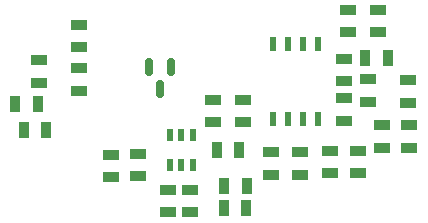
<source format=gbr>
%TF.GenerationSoftware,KiCad,Pcbnew,6.0.11+dfsg-1~bpo11+1*%
%TF.CreationDate,2023-04-12T15:26:38+00:00*%
%TF.ProjectId,PCRD01,50435244-3031-42e6-9b69-6361645f7063,01A*%
%TF.SameCoordinates,Original*%
%TF.FileFunction,Paste,Bot*%
%TF.FilePolarity,Positive*%
%FSLAX46Y46*%
G04 Gerber Fmt 4.6, Leading zero omitted, Abs format (unit mm)*
G04 Created by KiCad (PCBNEW 6.0.11+dfsg-1~bpo11+1) date 2023-04-12 15:26:38*
%MOMM*%
%LPD*%
G01*
G04 APERTURE LIST*
G04 Aperture macros list*
%AMRoundRect*
0 Rectangle with rounded corners*
0 $1 Rounding radius*
0 $2 $3 $4 $5 $6 $7 $8 $9 X,Y pos of 4 corners*
0 Add a 4 corners polygon primitive as box body*
4,1,4,$2,$3,$4,$5,$6,$7,$8,$9,$2,$3,0*
0 Add four circle primitives for the rounded corners*
1,1,$1+$1,$2,$3*
1,1,$1+$1,$4,$5*
1,1,$1+$1,$6,$7*
1,1,$1+$1,$8,$9*
0 Add four rect primitives between the rounded corners*
20,1,$1+$1,$2,$3,$4,$5,0*
20,1,$1+$1,$4,$5,$6,$7,0*
20,1,$1+$1,$6,$7,$8,$9,0*
20,1,$1+$1,$8,$9,$2,$3,0*%
G04 Aperture macros list end*
%ADD10R,1.397000X0.889000*%
%ADD11R,0.889000X1.397000*%
%ADD12R,0.508000X1.143000*%
%ADD13R,0.500000X1.000760*%
%ADD14R,0.501040X1.000760*%
%ADD15RoundRect,0.150000X-0.150000X0.587500X-0.150000X-0.587500X0.150000X-0.587500X0.150000X0.587500X0*%
G04 APERTURE END LIST*
D10*
%TO.C,C1*%
X147570000Y-85184500D03*
X147570000Y-87089500D03*
%TD*%
%TO.C,C2*%
X156968000Y-95471500D03*
X156968000Y-97376500D03*
%TD*%
%TO.C,C3*%
X158873000Y-89756500D03*
X158873000Y-87851500D03*
%TD*%
%TO.C,C5*%
X172843000Y-82136500D03*
X172843000Y-80231500D03*
%TD*%
%TO.C,C6*%
X170303000Y-82136500D03*
X170303000Y-80231500D03*
%TD*%
D11*
%TO.C,C10*%
X159800100Y-97008200D03*
X161705100Y-97008200D03*
%TD*%
D10*
%TO.C,C12*%
X175510000Y-91915500D03*
X175510000Y-90010500D03*
%TD*%
D11*
%TO.C,C14*%
X171763500Y-84308200D03*
X173668500Y-84308200D03*
%TD*%
D10*
%TO.C,R1*%
X147570000Y-83406500D03*
X147570000Y-81501500D03*
%TD*%
D11*
%TO.C,R2*%
X144064800Y-88169000D03*
X142159800Y-88169000D03*
%TD*%
D10*
%TO.C,R5*%
X163826000Y-94201500D03*
X163826000Y-92296500D03*
%TD*%
%TO.C,R6*%
X171192000Y-94074500D03*
X171192000Y-92169500D03*
%TD*%
%TO.C,R7*%
X166239000Y-94201500D03*
X166239000Y-92296500D03*
%TD*%
%TO.C,R8*%
X173224000Y-91915500D03*
X173224000Y-90010500D03*
%TD*%
%TO.C,R9*%
X169972800Y-89604100D03*
X169972800Y-87699100D03*
%TD*%
%TO.C,R11*%
X175357600Y-86200500D03*
X175357600Y-88105500D03*
%TD*%
%TO.C,C11*%
X168779000Y-94074500D03*
X168779000Y-92169500D03*
%TD*%
%TO.C,C4*%
X150287569Y-94387569D03*
X150287569Y-92482569D03*
%TD*%
%TO.C,C9*%
X161413000Y-89756500D03*
X161413000Y-87851500D03*
%TD*%
D11*
%TO.C,C8*%
X161095500Y-92106000D03*
X159190500Y-92106000D03*
%TD*%
D10*
%TO.C,C13*%
X169972800Y-86251300D03*
X169972800Y-84346300D03*
%TD*%
%TO.C,R10*%
X172004800Y-88003900D03*
X172004800Y-86098900D03*
%TD*%
D11*
%TO.C,C7*%
X159825500Y-95154000D03*
X161730500Y-95154000D03*
%TD*%
D12*
%TO.C,U2*%
X167763000Y-89439000D03*
X166493000Y-89439000D03*
X165223000Y-89439000D03*
X163953000Y-89439000D03*
X163953000Y-83089000D03*
X165223000Y-83089000D03*
X166493000Y-83089000D03*
X167763000Y-83089000D03*
%TD*%
D13*
%TO.C,U1*%
X157158500Y-93376000D03*
X156206000Y-93376000D03*
X155253500Y-93376000D03*
D14*
X155253500Y-90836000D03*
D13*
X156206000Y-90836000D03*
X157158500Y-90836000D03*
%TD*%
D10*
%TO.C,R3*%
X155063000Y-97376500D03*
X155063000Y-95471500D03*
%TD*%
D15*
%TO.C,Q1*%
X153450000Y-85062500D03*
X155350000Y-85062500D03*
X154400000Y-86937500D03*
%TD*%
D10*
%TO.C,R4*%
X152510569Y-94332569D03*
X152510569Y-92427569D03*
%TD*%
D11*
%TO.C,R12*%
X144775500Y-90386500D03*
X142870500Y-90386500D03*
%TD*%
D10*
%TO.C,C15*%
X144115600Y-86416400D03*
X144115600Y-84511400D03*
%TD*%
M02*

</source>
